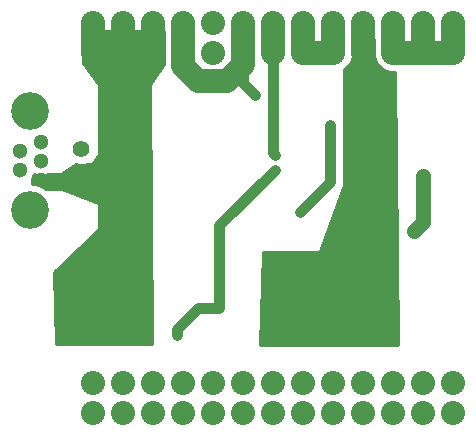
<source format=gbl>
G04 #@! TF.FileFunction,Copper,L2,Bot,Signal*
%FSLAX46Y46*%
G04 Gerber Fmt 4.6, Leading zero omitted, Abs format (unit mm)*
G04 Created by KiCad (PCBNEW (2015-06-26 BZR 5832)-product) date Mittwoch, 02. März 2016 'u30' 20:30:32*
%MOMM*%
G01*
G04 APERTURE LIST*
%ADD10C,0.150000*%
%ADD11C,2.032000*%
%ADD12C,1.422400*%
%ADD13O,2.032000X2.032000*%
%ADD14C,1.300000*%
%ADD15C,3.200000*%
%ADD16C,0.600000*%
%ADD17C,2.032000*%
%ADD18C,1.250000*%
%ADD19C,0.910000*%
%ADD20C,0.254000*%
G04 APERTURE END LIST*
D10*
D11*
X111760000Y-116840000D03*
X114300000Y-116840000D03*
X116840000Y-116840000D03*
X111760000Y-119380000D03*
X114300000Y-119380000D03*
X116840000Y-119380000D03*
D12*
X98044000Y-99042220D03*
X98044000Y-97045780D03*
D11*
X116840000Y-88900000D03*
X114300000Y-88900000D03*
X111760000Y-88900000D03*
X99060000Y-116840000D03*
X104140000Y-88900000D03*
X106680000Y-88900000D03*
X121920000Y-88900000D03*
X124460000Y-88900000D03*
X116840000Y-86360000D03*
X114300000Y-86360000D03*
X111760000Y-86360000D03*
X99060000Y-88900000D03*
X101600000Y-88900000D03*
X101600000Y-116840000D03*
X101600000Y-119380000D03*
X99060000Y-86360000D03*
X101600000Y-86360000D03*
X127000000Y-116840000D03*
X104140000Y-86360000D03*
X106680000Y-86360000D03*
X121920000Y-86360000D03*
X127000000Y-86360000D03*
X129540000Y-86360000D03*
X124460000Y-86360000D03*
X129540000Y-119380000D03*
X127000000Y-119380000D03*
X129540000Y-88900000D03*
X127000000Y-88900000D03*
X99060000Y-119380000D03*
X129540000Y-116840000D03*
X104140000Y-119380000D03*
X104140000Y-116840000D03*
X106680000Y-119380000D03*
X106680000Y-116840000D03*
X109220000Y-119380000D03*
X109220000Y-116840000D03*
X119380000Y-119380000D03*
X119380000Y-116840000D03*
X121920000Y-119380000D03*
X121920000Y-116840000D03*
X124460000Y-119380000D03*
X124460000Y-116840000D03*
X119380000Y-88900000D03*
D13*
X119380000Y-86360000D03*
D11*
X109220000Y-88900000D03*
D13*
X109220000Y-86360000D03*
D14*
X94626000Y-99644000D03*
X92826000Y-98844000D03*
X94626000Y-98044000D03*
X92826000Y-97244000D03*
X94626000Y-96444000D03*
D15*
X93726000Y-93844000D03*
X93726000Y-102244000D03*
D16*
X99568000Y-109220000D03*
X127000000Y-99314000D03*
X126238000Y-104013000D03*
X119126000Y-94996000D03*
X116586000Y-102362000D03*
X114427000Y-97536000D03*
X112776000Y-92456000D03*
X120904000Y-109220000D03*
X114554000Y-111760000D03*
X114427000Y-98806000D03*
X106172000Y-112776000D03*
X109728000Y-110490000D03*
D17*
X104140000Y-86360000D02*
X104140000Y-88900000D01*
X101600000Y-86360000D02*
X101600000Y-88900000D01*
X99060000Y-86360000D02*
X99060000Y-88900000D01*
D18*
X127000000Y-103251000D02*
X127000000Y-99314000D01*
X126238000Y-104013000D02*
X127000000Y-103251000D01*
D19*
X119126000Y-99822000D02*
X119126000Y-94996000D01*
X116586000Y-102362000D02*
X119126000Y-99822000D01*
X114300000Y-97409000D02*
X114300000Y-88900000D01*
X114427000Y-97536000D02*
X114300000Y-97409000D01*
D17*
X114300000Y-86360000D02*
X114300000Y-88900000D01*
X129540000Y-88900000D02*
X129540000Y-86360000D01*
X127000000Y-88900000D02*
X129540000Y-88900000D01*
X127000000Y-88900000D02*
X127000000Y-86360000D01*
X124460000Y-88900000D02*
X127000000Y-88900000D01*
X124460000Y-86360000D02*
X124460000Y-88900000D01*
D19*
X111760000Y-91440000D02*
X111760000Y-88900000D01*
X112776000Y-92456000D02*
X111760000Y-91440000D01*
D17*
X106680000Y-88900000D02*
X106680000Y-90043000D01*
X110363000Y-91313000D02*
X111760000Y-89916000D01*
X107950000Y-91313000D02*
X110363000Y-91313000D01*
X106680000Y-90043000D02*
X107950000Y-91313000D01*
X111760000Y-89916000D02*
X111760000Y-88900000D01*
X111760000Y-86360000D02*
X111760000Y-88900000D01*
X106680000Y-86360000D02*
X106680000Y-88900000D01*
X119380000Y-86360000D02*
X119380000Y-88900000D01*
X116840000Y-88900000D02*
X119380000Y-88900000D01*
X116840000Y-86360000D02*
X116840000Y-88900000D01*
X121920000Y-86360000D02*
X121920000Y-88900000D01*
D19*
X109728000Y-103505000D02*
X109728000Y-110490000D01*
X114427000Y-98806000D02*
X109728000Y-103505000D01*
X106172000Y-112268000D02*
X106172000Y-112776000D01*
X107950000Y-110490000D02*
X106172000Y-112268000D01*
X109728000Y-110490000D02*
X107950000Y-110490000D01*
D20*
G36*
X105029000Y-88899132D02*
X105028714Y-89226963D01*
X105029000Y-89227655D01*
X105029000Y-89876328D01*
X103908582Y-91494710D01*
X103903050Y-91507465D01*
X103895390Y-91519074D01*
X103893285Y-91529981D01*
X103888866Y-91540172D01*
X103888636Y-91554076D01*
X103886002Y-91567730D01*
X104012267Y-113538000D01*
X95882435Y-113538000D01*
X95759104Y-107494803D01*
X99529268Y-103850312D01*
X99529891Y-103849411D01*
X99530803Y-103848803D01*
X99543982Y-103829078D01*
X99557493Y-103809582D01*
X99557724Y-103808511D01*
X99558333Y-103807601D01*
X99562957Y-103784350D01*
X99567982Y-103761152D01*
X99567786Y-103760073D01*
X99568000Y-103759000D01*
X99568000Y-101727000D01*
X99567572Y-101724852D01*
X99567927Y-101722692D01*
X99562753Y-101700625D01*
X99558333Y-101678399D01*
X99557116Y-101676578D01*
X99556617Y-101674447D01*
X99543392Y-101656038D01*
X99530803Y-101637197D01*
X99528982Y-101635980D01*
X99527705Y-101634202D01*
X99508446Y-101622258D01*
X99489601Y-101609667D01*
X99487452Y-101609239D01*
X99485592Y-101608086D01*
X96437593Y-100465086D01*
X96415226Y-100461421D01*
X96393000Y-100457000D01*
X95100129Y-100457000D01*
X94993679Y-100350364D01*
X94172519Y-100009389D01*
X93853000Y-100009110D01*
X93853000Y-99634472D01*
X93914735Y-99572845D01*
X94068023Y-99203686D01*
X94369276Y-99328777D01*
X94880481Y-99329223D01*
X95224686Y-99187000D01*
X96266000Y-99187000D01*
X96276888Y-99184834D01*
X96287990Y-99185082D01*
X96300956Y-99180046D01*
X96314601Y-99177333D01*
X96323834Y-99171163D01*
X96334183Y-99167145D01*
X97640477Y-98335867D01*
X97775049Y-98391746D01*
X98310601Y-98392214D01*
X98538616Y-98298000D01*
X98933000Y-98298000D01*
X98945331Y-98295547D01*
X98957907Y-98295534D01*
X98969397Y-98290760D01*
X98981601Y-98288333D01*
X98992056Y-98281346D01*
X99003668Y-98276523D01*
X99012455Y-98267716D01*
X99022803Y-98260803D01*
X99029790Y-98250345D01*
X99038670Y-98241447D01*
X99546670Y-97479447D01*
X99551418Y-97467949D01*
X99558333Y-97457601D01*
X99560786Y-97445267D01*
X99565586Y-97433646D01*
X99565572Y-97421202D01*
X99568000Y-97409000D01*
X99568000Y-91694000D01*
X99565025Y-91679045D01*
X99564359Y-91663806D01*
X99560235Y-91654965D01*
X99558333Y-91645399D01*
X99549860Y-91632718D01*
X99543414Y-91618897D01*
X98171000Y-89747424D01*
X98171000Y-87045000D01*
X105029000Y-87045000D01*
X105029000Y-88899132D01*
X105029000Y-88899132D01*
G37*
X105029000Y-88899132D02*
X105028714Y-89226963D01*
X105029000Y-89227655D01*
X105029000Y-89876328D01*
X103908582Y-91494710D01*
X103903050Y-91507465D01*
X103895390Y-91519074D01*
X103893285Y-91529981D01*
X103888866Y-91540172D01*
X103888636Y-91554076D01*
X103886002Y-91567730D01*
X104012267Y-113538000D01*
X95882435Y-113538000D01*
X95759104Y-107494803D01*
X99529268Y-103850312D01*
X99529891Y-103849411D01*
X99530803Y-103848803D01*
X99543982Y-103829078D01*
X99557493Y-103809582D01*
X99557724Y-103808511D01*
X99558333Y-103807601D01*
X99562957Y-103784350D01*
X99567982Y-103761152D01*
X99567786Y-103760073D01*
X99568000Y-103759000D01*
X99568000Y-101727000D01*
X99567572Y-101724852D01*
X99567927Y-101722692D01*
X99562753Y-101700625D01*
X99558333Y-101678399D01*
X99557116Y-101676578D01*
X99556617Y-101674447D01*
X99543392Y-101656038D01*
X99530803Y-101637197D01*
X99528982Y-101635980D01*
X99527705Y-101634202D01*
X99508446Y-101622258D01*
X99489601Y-101609667D01*
X99487452Y-101609239D01*
X99485592Y-101608086D01*
X96437593Y-100465086D01*
X96415226Y-100461421D01*
X96393000Y-100457000D01*
X95100129Y-100457000D01*
X94993679Y-100350364D01*
X94172519Y-100009389D01*
X93853000Y-100009110D01*
X93853000Y-99634472D01*
X93914735Y-99572845D01*
X94068023Y-99203686D01*
X94369276Y-99328777D01*
X94880481Y-99329223D01*
X95224686Y-99187000D01*
X96266000Y-99187000D01*
X96276888Y-99184834D01*
X96287990Y-99185082D01*
X96300956Y-99180046D01*
X96314601Y-99177333D01*
X96323834Y-99171163D01*
X96334183Y-99167145D01*
X97640477Y-98335867D01*
X97775049Y-98391746D01*
X98310601Y-98392214D01*
X98538616Y-98298000D01*
X98933000Y-98298000D01*
X98945331Y-98295547D01*
X98957907Y-98295534D01*
X98969397Y-98290760D01*
X98981601Y-98288333D01*
X98992056Y-98281346D01*
X99003668Y-98276523D01*
X99012455Y-98267716D01*
X99022803Y-98260803D01*
X99029790Y-98250345D01*
X99038670Y-98241447D01*
X99546670Y-97479447D01*
X99551418Y-97467949D01*
X99558333Y-97457601D01*
X99560786Y-97445267D01*
X99565586Y-97433646D01*
X99565572Y-97421202D01*
X99568000Y-97409000D01*
X99568000Y-91694000D01*
X99565025Y-91679045D01*
X99564359Y-91663806D01*
X99560235Y-91654965D01*
X99558333Y-91645399D01*
X99549860Y-91632718D01*
X99543414Y-91618897D01*
X98171000Y-89747424D01*
X98171000Y-87045000D01*
X105029000Y-87045000D01*
X105029000Y-88899132D01*
G36*
X122809000Y-88899132D02*
X122808714Y-89226963D01*
X123059534Y-89833995D01*
X123523563Y-90298834D01*
X124130155Y-90550713D01*
X124638901Y-90551157D01*
X124839891Y-113665000D01*
X113161030Y-113665000D01*
X113407093Y-105791000D01*
X118110000Y-105791000D01*
X118112776Y-105790447D01*
X118115577Y-105790878D01*
X118136994Y-105785630D01*
X118158601Y-105781333D01*
X118160954Y-105779760D01*
X118163707Y-105779086D01*
X118181484Y-105766043D01*
X118199803Y-105753803D01*
X118201376Y-105751448D01*
X118203660Y-105749773D01*
X118215087Y-105730927D01*
X118227333Y-105712601D01*
X118227885Y-105709822D01*
X118229354Y-105707401D01*
X120261354Y-100119401D01*
X120264700Y-100097614D01*
X120269000Y-100076000D01*
X120269000Y-90319058D01*
X120313995Y-90300466D01*
X120778834Y-89836437D01*
X121030713Y-89229845D01*
X121031286Y-88573037D01*
X121031000Y-88572345D01*
X121031000Y-87778959D01*
X121036120Y-87792622D01*
X121651642Y-88021816D01*
X122308019Y-87998014D01*
X122803880Y-87792622D01*
X122809000Y-87778959D01*
X122809000Y-88899132D01*
X122809000Y-88899132D01*
G37*
X122809000Y-88899132D02*
X122808714Y-89226963D01*
X123059534Y-89833995D01*
X123523563Y-90298834D01*
X124130155Y-90550713D01*
X124638901Y-90551157D01*
X124839891Y-113665000D01*
X113161030Y-113665000D01*
X113407093Y-105791000D01*
X118110000Y-105791000D01*
X118112776Y-105790447D01*
X118115577Y-105790878D01*
X118136994Y-105785630D01*
X118158601Y-105781333D01*
X118160954Y-105779760D01*
X118163707Y-105779086D01*
X118181484Y-105766043D01*
X118199803Y-105753803D01*
X118201376Y-105751448D01*
X118203660Y-105749773D01*
X118215087Y-105730927D01*
X118227333Y-105712601D01*
X118227885Y-105709822D01*
X118229354Y-105707401D01*
X120261354Y-100119401D01*
X120264700Y-100097614D01*
X120269000Y-100076000D01*
X120269000Y-90319058D01*
X120313995Y-90300466D01*
X120778834Y-89836437D01*
X121030713Y-89229845D01*
X121031286Y-88573037D01*
X121031000Y-88572345D01*
X121031000Y-87778959D01*
X121036120Y-87792622D01*
X121651642Y-88021816D01*
X122308019Y-87998014D01*
X122803880Y-87792622D01*
X122809000Y-87778959D01*
X122809000Y-88899132D01*
M02*

</source>
